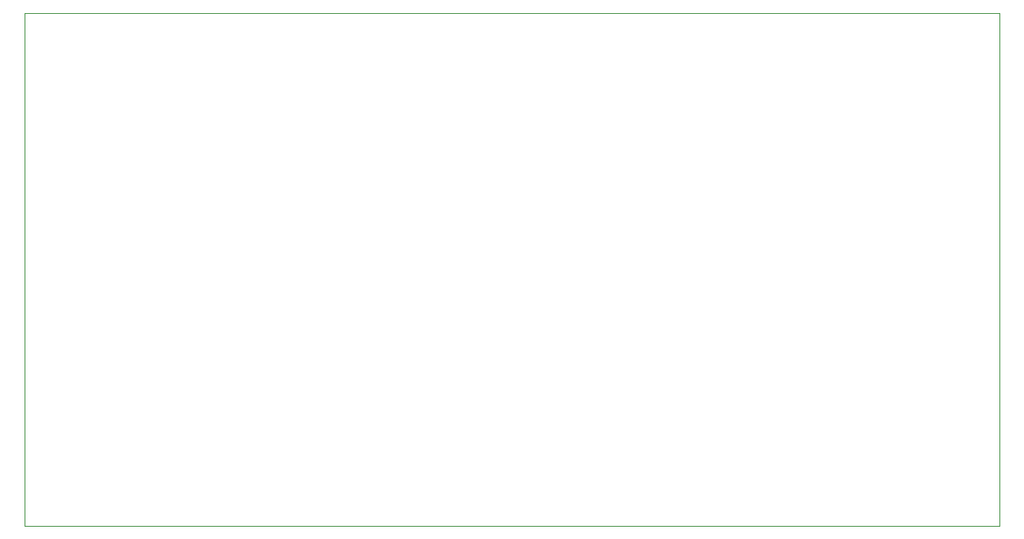
<source format=gbr>
%TF.GenerationSoftware,KiCad,Pcbnew,(5.1.10-1-10_14)*%
%TF.CreationDate,2021-09-17T00:17:13-04:00*%
%TF.ProjectId,clock,636c6f63-6b2e-46b6-9963-61645f706362,rev?*%
%TF.SameCoordinates,Original*%
%TF.FileFunction,Profile,NP*%
%FSLAX46Y46*%
G04 Gerber Fmt 4.6, Leading zero omitted, Abs format (unit mm)*
G04 Created by KiCad (PCBNEW (5.1.10-1-10_14)) date 2021-09-17 00:17:13*
%MOMM*%
%LPD*%
G01*
G04 APERTURE LIST*
%TA.AperFunction,Profile*%
%ADD10C,0.050000*%
%TD*%
G04 APERTURE END LIST*
D10*
X159258000Y-87884000D02*
X123952000Y-87884000D01*
X224790000Y-140970000D02*
X224790000Y-87884000D01*
X123952000Y-140970000D02*
X224790000Y-140970000D01*
X123952000Y-87884000D02*
X123952000Y-140970000D01*
X224790000Y-87884000D02*
X222504000Y-87884000D01*
X222504000Y-87884000D02*
X159258000Y-87884000D01*
M02*

</source>
